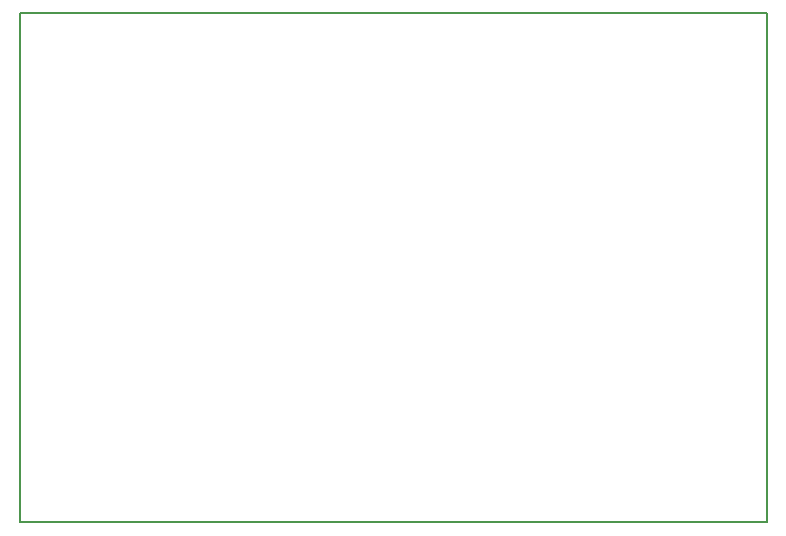
<source format=gm1>
G04 #@! TF.GenerationSoftware,KiCad,Pcbnew,(6.0.4)*
G04 #@! TF.CreationDate,2022-04-25T16:44:11-05:00*
G04 #@! TF.ProjectId,FireflyV1,46697265-666c-4795-9631-2e6b69636164,rev?*
G04 #@! TF.SameCoordinates,Original*
G04 #@! TF.FileFunction,Profile,NP*
%FSLAX46Y46*%
G04 Gerber Fmt 4.6, Leading zero omitted, Abs format (unit mm)*
G04 Created by KiCad (PCBNEW (6.0.4)) date 2022-04-25 16:44:11*
%MOMM*%
%LPD*%
G01*
G04 APERTURE LIST*
G04 #@! TA.AperFunction,Profile*
%ADD10C,0.200000*%
G04 #@! TD*
G04 APERTURE END LIST*
D10*
X13350000Y-12877253D02*
X76580000Y-12877253D01*
X76580000Y-12877253D02*
X76580000Y-55940000D01*
X76580000Y-55940000D02*
X13350000Y-55940000D01*
X13350000Y-55940000D02*
X13350000Y-12877253D01*
M02*

</source>
